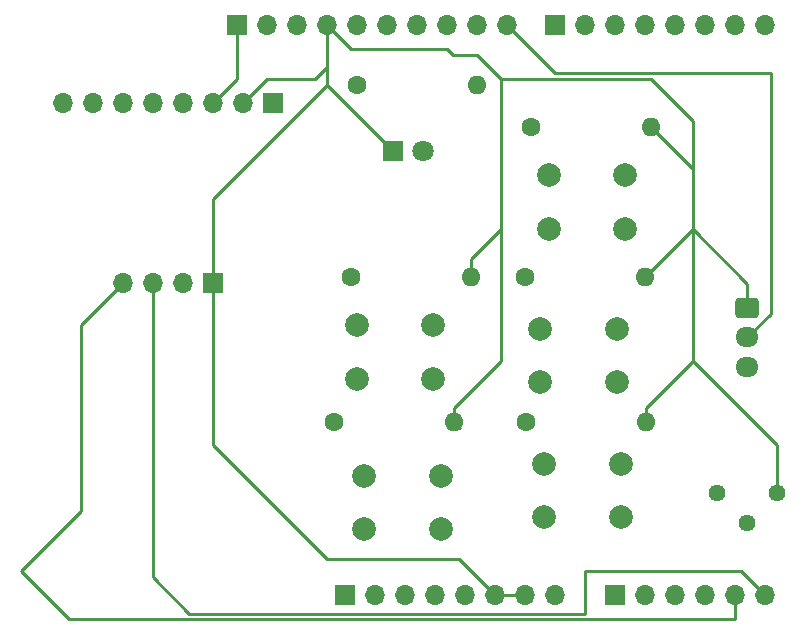
<source format=gbr>
%TF.GenerationSoftware,KiCad,Pcbnew,8.0.8*%
%TF.CreationDate,2025-02-04T02:58:58-07:00*%
%TF.ProjectId,iugplknlk,69756770-6c6b-46e6-9c6b-2e6b69636164,rev?*%
%TF.SameCoordinates,Original*%
%TF.FileFunction,Soldermask,Top*%
%TF.FilePolarity,Negative*%
%FSLAX46Y46*%
G04 Gerber Fmt 4.6, Leading zero omitted, Abs format (unit mm)*
G04 Created by KiCad (PCBNEW 8.0.8) date 2025-02-04 02:58:58*
%MOMM*%
%LPD*%
G01*
G04 APERTURE LIST*
G04 Aperture macros list*
%AMRoundRect*
0 Rectangle with rounded corners*
0 $1 Rounding radius*
0 $2 $3 $4 $5 $6 $7 $8 $9 X,Y pos of 4 corners*
0 Add a 4 corners polygon primitive as box body*
4,1,4,$2,$3,$4,$5,$6,$7,$8,$9,$2,$3,0*
0 Add four circle primitives for the rounded corners*
1,1,$1+$1,$2,$3*
1,1,$1+$1,$4,$5*
1,1,$1+$1,$6,$7*
1,1,$1+$1,$8,$9*
0 Add four rect primitives between the rounded corners*
20,1,$1+$1,$2,$3,$4,$5,0*
20,1,$1+$1,$4,$5,$6,$7,0*
20,1,$1+$1,$6,$7,$8,$9,0*
20,1,$1+$1,$8,$9,$2,$3,0*%
G04 Aperture macros list end*
%ADD10R,1.700000X1.700000*%
%ADD11O,1.700000X1.700000*%
%ADD12C,1.600000*%
%ADD13O,1.600000X1.600000*%
%ADD14C,2.000000*%
%ADD15R,1.800000X1.800000*%
%ADD16C,1.800000*%
%ADD17RoundRect,0.250000X-0.725000X0.600000X-0.725000X-0.600000X0.725000X-0.600000X0.725000X0.600000X0*%
%ADD18O,1.950000X1.700000*%
%ADD19C,1.440000*%
%TA.AperFunction,ComponentPad*%
%ADD20R,1.700000X1.700000*%
%TD*%
%TA.AperFunction,ComponentPad*%
%ADD21O,1.700000X1.700000*%
%TD*%
%TA.AperFunction,ComponentPad*%
%ADD22C,1.600000*%
%TD*%
%TA.AperFunction,ComponentPad*%
%ADD23O,1.600000X1.600000*%
%TD*%
%TA.AperFunction,ComponentPad*%
%ADD24C,2.000000*%
%TD*%
%TA.AperFunction,ComponentPad*%
%ADD25R,1.800000X1.800000*%
%TD*%
%TA.AperFunction,ComponentPad*%
%ADD26C,1.800000*%
%TD*%
%TA.AperFunction,ComponentPad*%
%ADD27RoundRect,0.250000X-0.725000X0.600000X-0.725000X-0.600000X0.725000X-0.600000X0.725000X0.600000X0*%
%TD*%
%TA.AperFunction,ComponentPad*%
%ADD28O,1.950000X1.700000*%
%TD*%
%TA.AperFunction,ComponentPad*%
%ADD29C,1.440000*%
%TD*%
%TA.AperFunction,Conductor*%
%ADD30C,0.250000*%
%TD*%
G04 APERTURE END LIST*
D10*
%TO.C,J1*%
X127940000Y-97460000D03*
D11*
X130480000Y-97460000D03*
X133020000Y-97460000D03*
X135560000Y-97460000D03*
X138100000Y-97460000D03*
X140640000Y-97460000D03*
X143180000Y-97460000D03*
X145720000Y-97460000D03*
%TD*%
D10*
%TO.C,J3*%
X150800000Y-97460000D03*
D11*
X153340000Y-97460000D03*
X155880000Y-97460000D03*
X158420000Y-97460000D03*
X160960000Y-97460000D03*
X163500000Y-97460000D03*
%TD*%
D10*
%TO.C,J2*%
X118796000Y-49200000D03*
D11*
X121336000Y-49200000D03*
X123876000Y-49200000D03*
X126416000Y-49200000D03*
X128956000Y-49200000D03*
X131496000Y-49200000D03*
X134036000Y-49200000D03*
X136576000Y-49200000D03*
X139116000Y-49200000D03*
X141656000Y-49200000D03*
%TD*%
D10*
%TO.C,J4*%
X145720000Y-49200000D03*
D11*
X148260000Y-49200000D03*
X150800000Y-49200000D03*
X153340000Y-49200000D03*
X155880000Y-49200000D03*
X158420000Y-49200000D03*
X160960000Y-49200000D03*
X163500000Y-49200000D03*
%TD*%
D12*
%TO.C,R6*%
X128956000Y-54280000D03*
D13*
X139116000Y-54280000D03*
%TD*%
D10*
%TO.C,J6*%
X116764000Y-71044000D03*
D11*
X114224000Y-71044000D03*
X111684000Y-71044000D03*
X109144000Y-71044000D03*
%TD*%
D14*
%TO.C,SW5*%
X151308000Y-90856000D03*
X144808000Y-90856000D03*
X151308000Y-86356000D03*
X144808000Y-86356000D03*
%TD*%
D10*
%TO.C,J5*%
X121844000Y-55804000D03*
D11*
X119304000Y-55804000D03*
X116764000Y-55804000D03*
X114224000Y-55804000D03*
X111684000Y-55804000D03*
X109144000Y-55804000D03*
X106604000Y-55804000D03*
X104064000Y-55804000D03*
%TD*%
D14*
%TO.C,SW1*%
X145212000Y-61900000D03*
X151712000Y-61900000D03*
X145212000Y-66400000D03*
X151712000Y-66400000D03*
%TD*%
%TO.C,SW4*%
X128956000Y-74600000D03*
X135456000Y-74600000D03*
X128956000Y-79100000D03*
X135456000Y-79100000D03*
%TD*%
%TO.C,SW3*%
X151002000Y-79390000D03*
X144502000Y-79390000D03*
X151002000Y-74890000D03*
X144502000Y-74890000D03*
%TD*%
D13*
%TO.C,R3*%
X153340000Y-70536000D03*
D12*
X143180000Y-70536000D03*
%TD*%
D15*
%TO.C,D1*%
X132004000Y-59868000D03*
D16*
X134544000Y-59868000D03*
%TD*%
D12*
%TO.C,R2*%
X127028000Y-82800000D03*
D13*
X137188000Y-82800000D03*
%TD*%
D12*
%TO.C,R5*%
X143284000Y-82800000D03*
D13*
X153444000Y-82800000D03*
%TD*%
D14*
%TO.C,SW2*%
X129568000Y-87372000D03*
X136068000Y-87372000D03*
X129568000Y-91872000D03*
X136068000Y-91872000D03*
%TD*%
D17*
%TO.C,J7*%
X161993000Y-73116000D03*
D18*
X161993000Y-75616000D03*
X161993000Y-78116000D03*
%TD*%
D12*
%TO.C,R1*%
X143688000Y-57836000D03*
D13*
X153848000Y-57836000D03*
%TD*%
D19*
%TO.C,RV1*%
X159436000Y-88824000D03*
X161976000Y-91364000D03*
X164516000Y-88824000D03*
%TD*%
D12*
%TO.C,R4*%
X128448000Y-70536000D03*
D13*
X138608000Y-70536000D03*
%TD*%
D20*
%TO.P,J1,1,Pin_1*%
%TO.N,unconnected-(J1-Pin_1-Pad1)*%
X127940000Y-97460000D03*
D21*
%TO.P,J1,2,Pin_2*%
%TO.N,/IOREF*%
X130480000Y-97460000D03*
%TO.P,J1,3,Pin_3*%
%TO.N,/~{RESET}*%
X133020000Y-97460000D03*
%TO.P,J1,4,Pin_4*%
%TO.N,+3V3*%
X135560000Y-97460000D03*
%TO.P,J1,5,Pin_5*%
%TO.N,+5V*%
X138100000Y-97460000D03*
%TO.P,J1,6,Pin_6*%
%TO.N,GND*%
X140640000Y-97460000D03*
%TO.P,J1,7,Pin_7*%
X143180000Y-97460000D03*
%TO.P,J1,8,Pin_8*%
%TO.N,VCC*%
X145720000Y-97460000D03*
%TD*%
D20*
%TO.P,J3,1,Pin_1*%
%TO.N,/temp_sensor*%
X150800000Y-97460000D03*
D21*
%TO.P,J3,2,Pin_2*%
%TO.N,/A1*%
X153340000Y-97460000D03*
%TO.P,J3,3,Pin_3*%
%TO.N,/A2*%
X155880000Y-97460000D03*
%TO.P,J3,4,Pin_4*%
%TO.N,/A3*%
X158420000Y-97460000D03*
%TO.P,J3,5,Pin_5*%
%TO.N,/I2C_SDA*%
X160960000Y-97460000D03*
%TO.P,J3,6,Pin_6*%
%TO.N,/I2C_SCL*%
X163500000Y-97460000D03*
%TD*%
D20*
%TO.P,J2,1,Pin_1*%
%TO.N,/I2C_SCL*%
X118796000Y-49200000D03*
D21*
%TO.P,J2,2,Pin_2*%
%TO.N,/I2C_SDA*%
X121336000Y-49200000D03*
%TO.P,J2,3,Pin_3*%
%TO.N,/AREF*%
X123876000Y-49200000D03*
%TO.P,J2,4,Pin_4*%
%TO.N,GND*%
X126416000Y-49200000D03*
%TO.P,J2,5,Pin_5*%
%TO.N,/13*%
X128956000Y-49200000D03*
%TO.P,J2,6,Pin_6*%
%TO.N,/12*%
X131496000Y-49200000D03*
%TO.P,J2,7,Pin_7*%
%TO.N,/\u002A11*%
X134036000Y-49200000D03*
%TO.P,J2,8,Pin_8*%
%TO.N,/\u002A10*%
X136576000Y-49200000D03*
%TO.P,J2,9,Pin_9*%
%TO.N,/led_light*%
X139116000Y-49200000D03*
%TO.P,J2,10,Pin_10*%
%TO.N,/temp_digital*%
X141656000Y-49200000D03*
%TD*%
D20*
%TO.P,J4,1,Pin_1*%
%TO.N,/7*%
X145720000Y-49200000D03*
D21*
%TO.P,J4,2,Pin_2*%
%TO.N,/button_light*%
X148260000Y-49200000D03*
%TO.P,J4,3,Pin_3*%
%TO.N,/button_cal*%
X150800000Y-49200000D03*
%TO.P,J4,4,Pin_4*%
%TO.N,/button_units*%
X153340000Y-49200000D03*
%TO.P,J4,5,Pin_5*%
%TO.N,/button_lock*%
X155880000Y-49200000D03*
%TO.P,J4,6,Pin_6*%
%TO.N,/button_onoff*%
X158420000Y-49200000D03*
%TO.P,J4,7,Pin_7*%
%TO.N,/TX{slash}1*%
X160960000Y-49200000D03*
%TO.P,J4,8,Pin_8*%
%TO.N,/RX{slash}0*%
X163500000Y-49200000D03*
%TD*%
D22*
%TO.P,R6,1*%
%TO.N,/led_light*%
X128956000Y-54280000D03*
D23*
%TO.P,R6,2*%
%TO.N,Net-(D1-A)*%
X139116000Y-54280000D03*
%TD*%
D20*
%TO.P,J6,1,Pin_1*%
%TO.N,GND*%
X116764000Y-71044000D03*
D21*
%TO.P,J6,2,Pin_2*%
%TO.N,+5V*%
X114224000Y-71044000D03*
%TO.P,J6,3,Pin_3*%
%TO.N,/I2C_SCL*%
X111684000Y-71044000D03*
%TO.P,J6,4,Pin_4*%
%TO.N,/I2C_SDA*%
X109144000Y-71044000D03*
%TD*%
D24*
%TO.P,SW5,2,B*%
%TO.N,+5V*%
X151308000Y-90856000D03*
X144808000Y-90856000D03*
%TO.P,SW5,1,A*%
%TO.N,/button_onoff*%
X151308000Y-86356000D03*
X144808000Y-86356000D03*
%TD*%
D20*
%TO.P,J5,1,Pin_1*%
%TO.N,+5V*%
X121844000Y-55804000D03*
D21*
%TO.P,J5,2,Pin_2*%
%TO.N,GND*%
X119304000Y-55804000D03*
%TO.P,J5,3,Pin_3*%
%TO.N,/I2C_SCL*%
X116764000Y-55804000D03*
%TO.P,J5,4,Pin_4*%
%TO.N,/I2C_SDA*%
X114224000Y-55804000D03*
%TO.P,J5,5,Pin_5*%
%TO.N,unconnected-(J5-Pin_5-Pad5)*%
X111684000Y-55804000D03*
%TO.P,J5,6,Pin_6*%
%TO.N,unconnected-(J5-Pin_6-Pad6)*%
X109144000Y-55804000D03*
%TO.P,J5,7,Pin_7*%
%TO.N,unconnected-(J5-Pin_7-Pad7)*%
X106604000Y-55804000D03*
%TO.P,J5,8,Pin_8*%
%TO.N,unconnected-(J5-Pin_8-Pad8)*%
X104064000Y-55804000D03*
%TD*%
D24*
%TO.P,SW1,1,A*%
%TO.N,/button_units*%
X145212000Y-61900000D03*
X151712000Y-61900000D03*
%TO.P,SW1,2,B*%
%TO.N,+5V*%
X145212000Y-66400000D03*
X151712000Y-66400000D03*
%TD*%
%TO.P,SW4,1,A*%
%TO.N,/button_light*%
X128956000Y-74600000D03*
X135456000Y-74600000D03*
%TO.P,SW4,2,B*%
%TO.N,+5V*%
X128956000Y-79100000D03*
X135456000Y-79100000D03*
%TD*%
%TO.P,SW3,2,B*%
%TO.N,+5V*%
X151002000Y-79390000D03*
X144502000Y-79390000D03*
%TO.P,SW3,1,A*%
%TO.N,/button_lock*%
X151002000Y-74890000D03*
X144502000Y-74890000D03*
%TD*%
D23*
%TO.P,R3,2*%
%TO.N,GND*%
X153340000Y-70536000D03*
D22*
%TO.P,R3,1*%
%TO.N,/button_lock*%
X143180000Y-70536000D03*
%TD*%
D25*
%TO.P,D1,1,K*%
%TO.N,GND*%
X132004000Y-59868000D03*
D26*
%TO.P,D1,2,A*%
%TO.N,Net-(D1-A)*%
X134544000Y-59868000D03*
%TD*%
D22*
%TO.P,R2,1*%
%TO.N,/button_cal*%
X127028000Y-82800000D03*
D23*
%TO.P,R2,2*%
%TO.N,GND*%
X137188000Y-82800000D03*
%TD*%
D22*
%TO.P,R5,1*%
%TO.N,/button_onoff*%
X143284000Y-82800000D03*
D23*
%TO.P,R5,2*%
%TO.N,GND*%
X153444000Y-82800000D03*
%TD*%
D24*
%TO.P,SW2,1,A*%
%TO.N,/button_cal*%
X129568000Y-87372000D03*
X136068000Y-87372000D03*
%TO.P,SW2,2,B*%
%TO.N,+5V*%
X129568000Y-91872000D03*
X136068000Y-91872000D03*
%TD*%
D27*
%TO.P,J7,1,Pin_1*%
%TO.N,GND*%
X161993000Y-73116000D03*
D28*
%TO.P,J7,2,Pin_2*%
%TO.N,/temp_digital*%
X161993000Y-75616000D03*
%TO.P,J7,3,Pin_3*%
%TO.N,+5V*%
X161993000Y-78116000D03*
%TD*%
D22*
%TO.P,R1,1*%
%TO.N,/button_units*%
X143688000Y-57836000D03*
D23*
%TO.P,R1,2*%
%TO.N,GND*%
X153848000Y-57836000D03*
%TD*%
D29*
%TO.P,RV1,1,1*%
%TO.N,+5V*%
X159436000Y-88824000D03*
%TO.P,RV1,2,2*%
%TO.N,/temp_sensor*%
X161976000Y-91364000D03*
%TO.P,RV1,3,3*%
%TO.N,GND*%
X164516000Y-88824000D03*
%TD*%
D22*
%TO.P,R4,1*%
%TO.N,/button_light*%
X128448000Y-70536000D03*
D23*
%TO.P,R4,2*%
%TO.N,GND*%
X138608000Y-70536000D03*
%TD*%
D30*
%TO.N,GND*%
X116764000Y-84760000D02*
X116764000Y-71044000D01*
X126416000Y-94412000D02*
X116764000Y-84760000D01*
X137592000Y-94412000D02*
X126416000Y-94412000D01*
X140640000Y-97460000D02*
X137592000Y-94412000D01*
X140640000Y-97460000D02*
X143180000Y-97460000D01*
X164516000Y-84760000D02*
X157404000Y-77648000D01*
X164516000Y-88824000D02*
X164516000Y-84760000D01*
X161993000Y-71061000D02*
X157404000Y-66472000D01*
X161993000Y-73116000D02*
X161993000Y-71061000D01*
X157404000Y-65964000D02*
X157404000Y-77648000D01*
X153340000Y-70536000D02*
X157404000Y-66472000D01*
X157404000Y-66472000D02*
X157404000Y-65964000D01*
X157404000Y-62408000D02*
X157404000Y-65964000D01*
X157404000Y-61392000D02*
X153848000Y-57836000D01*
X157404000Y-62408000D02*
X157404000Y-61392000D01*
X157404000Y-57328000D02*
X157404000Y-62408000D01*
X153444000Y-81608000D02*
X153444000Y-82800000D01*
X157404000Y-77648000D02*
X153444000Y-81608000D01*
X153848000Y-53772000D02*
X157404000Y-57328000D01*
X141148000Y-53772000D02*
X153848000Y-53772000D01*
X141148000Y-66472000D02*
X138608000Y-69012000D01*
X141148000Y-66472000D02*
X141148000Y-77648000D01*
X141148000Y-53772000D02*
X141148000Y-66472000D01*
X138608000Y-69012000D02*
X138608000Y-70536000D01*
X137188000Y-81608000D02*
X137188000Y-82800000D01*
X141148000Y-77648000D02*
X137188000Y-81608000D01*
X136576000Y-51232000D02*
X137084000Y-51740000D01*
X128448000Y-51232000D02*
X136576000Y-51232000D01*
X137084000Y-51740000D02*
X139116000Y-51740000D01*
X139116000Y-51740000D02*
X141148000Y-53772000D01*
X126416000Y-49200000D02*
X128448000Y-51232000D01*
X116764000Y-63932000D02*
X116764000Y-71044000D01*
X126416000Y-54280000D02*
X116764000Y-63932000D01*
X125400000Y-53772000D02*
X121336000Y-53772000D01*
X126416000Y-52756000D02*
X125400000Y-53772000D01*
X126416000Y-52756000D02*
X126416000Y-54280000D01*
X121336000Y-53772000D02*
X119304000Y-55804000D01*
X126416000Y-54280000D02*
X132004000Y-59868000D01*
%TO.N,/I2C_SCL*%
X148260000Y-95428000D02*
X161468000Y-95428000D01*
X161468000Y-95428000D02*
X163500000Y-97460000D01*
X114790000Y-99042000D02*
X148260000Y-99042000D01*
X111684000Y-95936000D02*
X114790000Y-99042000D01*
X111684000Y-71044000D02*
X111684000Y-95936000D01*
X148260000Y-99042000D02*
X148260000Y-95428000D01*
%TO.N,/I2C_SDA*%
X105588000Y-90348000D02*
X100508000Y-95428000D01*
X105588000Y-74600000D02*
X105588000Y-90348000D01*
X105588000Y-74600000D02*
X109144000Y-71044000D01*
X104572000Y-99492000D02*
X100508000Y-95428000D01*
X160960000Y-99492000D02*
X104572000Y-99492000D01*
X160960000Y-97460000D02*
X160960000Y-99492000D01*
%TO.N,/I2C_SCL*%
X118796000Y-53772000D02*
X116764000Y-55804000D01*
X118796000Y-49200000D02*
X118796000Y-53772000D01*
%TO.N,/temp_digital*%
X164008000Y-73601000D02*
X161993000Y-75616000D01*
X164008000Y-53264000D02*
X164008000Y-73601000D01*
X145720000Y-53264000D02*
X164008000Y-53264000D01*
X141656000Y-49200000D02*
X145720000Y-53264000D01*
%TO.N,GND*%
X137188000Y-82800000D02*
X137696000Y-83308000D01*
%TO.N,/button_cal*%
X127028000Y-82733009D02*
X127028000Y-82800000D01*
%TO.N,GND*%
X152936000Y-83308000D02*
X153444000Y-82800000D01*
%TO.N,/button_cal*%
X150800000Y-49200000D02*
X150733009Y-49200000D01*
%TO.N,GND*%
X126416000Y-49200000D02*
X126416000Y-52756000D01*
%TD*%
M02*

</source>
